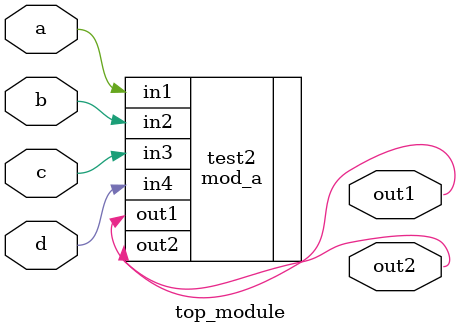
<source format=v>
module top_module ( 
    input a, 
    input b, 
    input c,
    input d,
    output out1,
    output out2
);

    mod_a test2(.out1(out1),
                .out2(out2),
                .in1(a),
                .in2(b),
                .in3(c),
                .in4(d)
               );
    
endmodule

</source>
